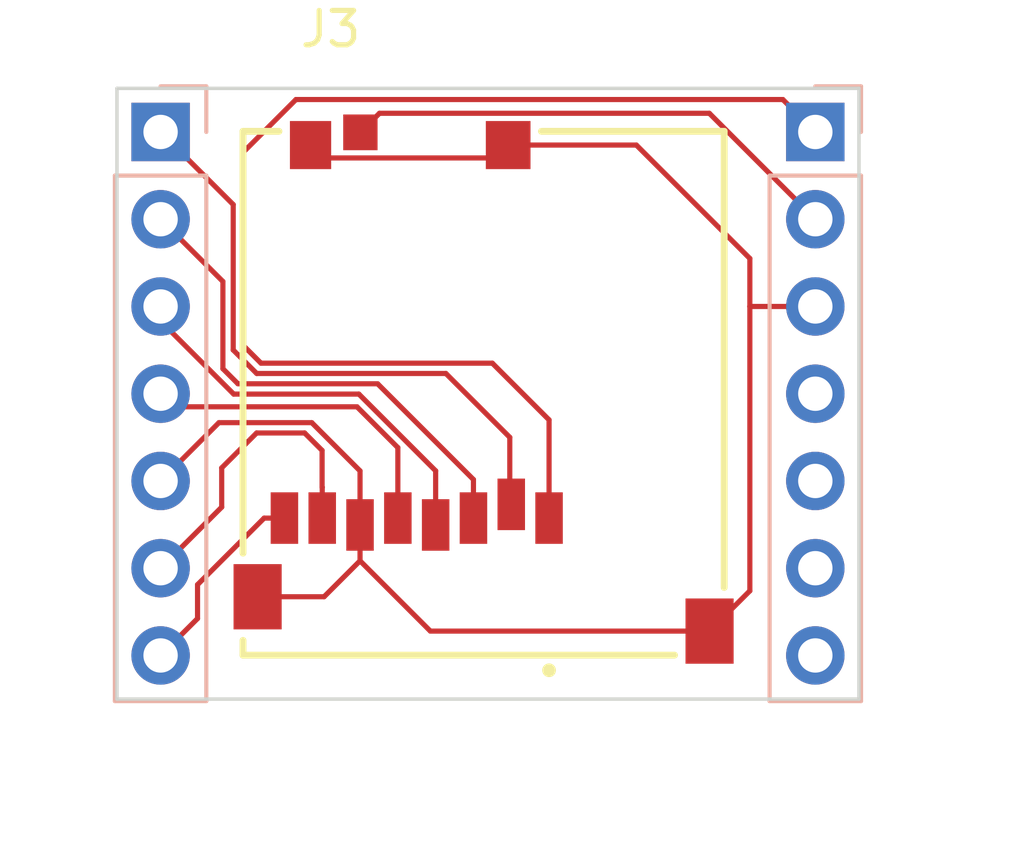
<source format=kicad_pcb>
(kicad_pcb (version 20240108) (generator "pcbnew") (generator_version "8.0")
  (layers (0 "F.Cu" signal) (31 "B.Cu" signal) (34 "B.Paste" user) (35 "F.Paste" user) (36 "B.SilkS" user "B.Silkscreen") (37 "F.SilkS" user "F.Silkscreen") (38 "B.Mask" user) (39 "F.Mask" user) (44 "Edge.Cuts" user))
  (net 0 "")
  (net 1 "/CMD")
  (net 2 "/DAT2")
  (net 3 "/DET")
  (net 4 "/CLK")
  (net 5 "/DAT3{slash}CD")
  (net 6 "/DAT1")
  (net 7 "/DAT0")
  (net 12 "GND")
  (net 13 "/VDD")
  (footprint "anachron:GCT_MEM2052-00-195-00-A_REVA" (layer "F.Cu") (at 128.568 60.676)
    (property "Reference" "J3" (at -4.45 -10.6 0) (layer "F.SilkS"))
    (property "Value" "Micro_SD_Card")
    (fp_line (start -7 -7.625) (end -5.955 -7.625) (stroke (width 0.2)) (layer "F.SilkS"))
    (fp_line (start -7 4.655) (end -7 -7.625) (stroke (width 0.2)) (layer "F.SilkS"))
    (fp_line (start -7 7.625) (end -7 7.195) (stroke (width 0.2)) (layer "F.SilkS"))
    (fp_line (start 1.685 -7.625) (end 7 -7.625) (stroke (width 0.2)) (layer "F.SilkS"))
    (fp_line (start 5.555 7.625) (end -7 7.625) (stroke (width 0.2)) (layer "F.SilkS"))
    (fp_line (start 7 -7.625) (end 7 5.655) (stroke (width 0.2)) (layer "F.SilkS"))
    (fp_circle (center 1.905 8.065) (end 2.005 8.065) (stroke (width 0.2)) (fill none) (layer "F.SilkS"))
    (pad "1" smd rect (at 1.905 3.635) (size 0.8 1.5) (layers "F.Cu" "F.Paste" "F.Mask") (net 2 "/DAT2"))
    (pad "2" smd rect (at 0.805 3.235) (size 0.8 1.5) (layers "F.Cu" "F.Paste" "F.Mask") (net 5 "/DAT3{slash}CD"))
    (pad "3" smd rect (at -0.295 3.635) (size 0.8 1.5) (layers "F.Cu" "F.Paste" "F.Mask") (net 1 "/CMD"))
    (pad "4" smd rect (at -1.395 3.835) (size 0.8 1.5) (layers "F.Cu" "F.Paste" "F.Mask") (net 13 "/VDD"))
    (pad "5" smd rect (at -2.495 3.635) (size 0.8 1.5) (layers "F.Cu" "F.Paste" "F.Mask") (net 4 "/CLK"))
    (pad "6" smd rect (at -3.595 3.835) (size 0.8 1.5) (layers "F.Cu" "F.Paste" "F.Mask") (net 12 "GND"))
    (pad "7" smd rect (at -4.695 3.635) (size 0.8 1.5) (layers "F.Cu" "F.Paste" "F.Mask") (net 7 "/DAT0"))
    (pad "8" smd rect (at -5.795 3.635) (size 0.8 1.5) (layers "F.Cu" "F.Paste" "F.Mask") (net 6 "/DAT1"))
    (pad "9" smd rect (at -3.585 -7.595) (size 1 1.04) (layers "F.Cu" "F.Paste" "F.Mask") (net 3 "/DET"))
    (pad "10" smd rect (at -6.575 5.925) (size 1.4 1.9) (layers "F.Cu" "F.Paste" "F.Mask") (net 12 "GND"))
    (pad "10" smd rect (at -5.035 -7.225) (size 1.2 1.4) (layers "F.Cu" "F.Paste" "F.Mask") (net 12 "GND"))
    (pad "10" smd rect (at 0.715 -7.225) (size 1.3 1.4) (layers "F.Cu" "F.Paste" "F.Mask") (net 12 "GND"))
    (pad "10" smd rect (at 6.575 6.925) (size 1.4 1.9) (layers "F.Cu" "F.Paste" "F.Mask") (net 12 "GND"))
  )
  (footprint "Connector_PinHeader_2.54mm:PinHeader_1x07_P2.54mm_Vertical" (layer "B.Cu") (at 138.22 53.07 180)
    (property "Reference" "J2" (hide yes))
    (property "Value" "Conn_01x05")
    (fp_line (start 1.33 -1.27) (end 1.33 -16.57) (stroke (width 0.12)) (layer "B.SilkS"))
    (fp_line (start -1.33 1.33) (end 0 1.33) (stroke (width 0.12)) (layer "B.SilkS"))
    (fp_line (start -1.33 0) (end -1.33 1.33) (stroke (width 0.12)) (layer "B.SilkS"))
    (fp_line (start -1.33 -1.27) (end 1.33 -1.27) (stroke (width 0.12)) (layer "B.SilkS"))
    (fp_line (start -1.33 -1.27) (end -1.33 -16.57) (stroke (width 0.12)) (layer "B.SilkS"))
    (fp_line (start -1.33 -16.57) (end 1.33 -16.57) (stroke (width 0.12)) (layer "B.SilkS"))
    (pad "1" thru_hole rect (at 0 0 180) (size 1.7 1.7) (drill 1) (layers "*.Cu" "*.Mask") (net 2 "/DAT2"))
    (pad "2" thru_hole oval (at 0 -2.54 180) (size 1.7 1.7) (drill 1) (layers "*.Cu" "*.Mask") (net 3 "/DET"))
    (pad "3" thru_hole oval (at 0 -5.08 180) (size 1.7 1.7) (drill 1) (layers "*.Cu" "*.Mask") (net 12 "GND"))
    (pad "4" thru_hole oval (at 0 -7.62 180) (size 1.7 1.7) (drill 1) (layers "*.Cu" "*.Mask"))
    (pad "5" thru_hole oval (at 0 -10.16 180) (size 1.7 1.7) (drill 1) (layers "*.Cu" "*.Mask"))
    (pad "6" thru_hole oval (at 0 -12.7 180) (size 1.7 1.7) (drill 1) (layers "*.Cu" "*.Mask"))
    (pad "7" thru_hole oval (at 0 -15.24 180) (size 1.7 1.7) (drill 1) (layers "*.Cu" "*.Mask"))
  )
  (footprint "Connector_PinHeader_2.54mm:PinHeader_1x07_P2.54mm_Vertical" (layer "B.Cu") (at 119.17 53.07 180)
    (property "Reference" "J1" (hide yes))
    (property "Value" "Conn_01x05")
    (fp_line (start 1.33 -1.27) (end 1.33 -16.57) (stroke (width 0.12)) (layer "B.SilkS"))
    (fp_line (start -1.33 1.33) (end 0 1.33) (stroke (width 0.12)) (layer "B.SilkS"))
    (fp_line (start -1.33 0) (end -1.33 1.33) (stroke (width 0.12)) (layer "B.SilkS"))
    (fp_line (start -1.33 -1.27) (end 1.33 -1.27) (stroke (width 0.12)) (layer "B.SilkS"))
    (fp_line (start -1.33 -1.27) (end -1.33 -16.57) (stroke (width 0.12)) (layer "B.SilkS"))
    (fp_line (start -1.33 -16.57) (end 1.33 -16.57) (stroke (width 0.12)) (layer "B.SilkS"))
    (pad "1" thru_hole rect (at 0 0 180) (size 1.7 1.7) (drill 1) (layers "*.Cu" "*.Mask") (net 5 "/DAT3{slash}CD"))
    (pad "2" thru_hole oval (at 0 -2.54 180) (size 1.7 1.7) (drill 1) (layers "*.Cu" "*.Mask") (net 1 "/CMD"))
    (pad "3" thru_hole oval (at 0 -5.08 180) (size 1.7 1.7) (drill 1) (layers "*.Cu" "*.Mask") (net 13 "/VDD"))
    (pad "4" thru_hole oval (at 0 -7.62 180) (size 1.7 1.7) (drill 1) (layers "*.Cu" "*.Mask") (net 4 "/CLK"))
    (pad "5" thru_hole oval (at 0 -10.16 180) (size 1.7 1.7) (drill 1) (layers "*.Cu" "*.Mask") (net 12 "GND"))
    (pad "6" thru_hole oval (at 0 -12.7 180) (size 1.7 1.7) (drill 1) (layers "*.Cu" "*.Mask") (net 7 "/DAT0"))
    (pad "7" thru_hole oval (at 0 -15.24 180) (size 1.7 1.7) (drill 1) (layers "*.Cu" "*.Mask") (net 6 "/DAT1"))
  )
  (gr_line (start 139.49 51.8) (end 139.49 69.58) (stroke (width 0.1)) (layer "Edge.Cuts"))
  (gr_line (start 139.49 69.58) (end 117.9 69.58) (stroke (width 0.1)) (layer "Edge.Cuts"))
  (gr_line (start 117.9 51.8) (end 139.49 51.8) (stroke (width 0.1)) (layer "Edge.Cuts"))
  (gr_line (start 117.9 69.58) (end 117.9 51.8) (stroke (width 0.1)) (layer "Edge.Cuts"))
  (segment (start 125.485 60.401) (end 121.421 60.401) (width 0.15) (layer "F.Cu") (net 1))
  (segment (start 128.273 64.311) (end 128.273 63.189) (width 0.15) (layer "F.Cu") (net 1))
  (segment (start 120.983 59.963) (end 120.983 57.423) (width 0.15) (layer "F.Cu") (net 1))
  (segment (start 128.273 63.189) (end 125.485 60.401) (width 0.15) (layer "F.Cu") (net 1))
  (segment (start 121.421 60.401) (end 120.983 59.963) (width 0.15) (layer "F.Cu") (net 1))
  (segment (start 120.983 57.423) (end 119.17 55.61) (width 0.15) (layer "F.Cu") (net 1))
  (segment (start 121.583 59.293) (end 121.583 53.651) (width 0.15) (layer "F.Cu") (net 2))
  (segment (start 128.822 59.801) (end 122.091 59.801) (width 0.15) (layer "F.Cu") (net 2))
  (segment (start 137.275 52.125) (end 138.22 53.07) (width 0.15) (layer "F.Cu") (net 2))
  (segment (start 122.091 59.801) (end 121.583 59.293) (width 0.15) (layer "F.Cu") (net 2))
  (segment (start 121.583 53.651) (end 123.109 52.125) (width 0.15) (layer "F.Cu") (net 2))
  (segment (start 123.109 52.125) (end 137.275 52.125) (width 0.15) (layer "F.Cu") (net 2))
  (segment (start 130.473 64.311) (end 130.473 61.452) (width 0.15) (layer "F.Cu") (net 2))
  (segment (start 130.473 61.452) (end 128.822 59.801) (width 0.15) (layer "F.Cu") (net 2))
  (segment (start 135.136 52.526) (end 138.22 55.61) (width 0.15) (layer "F.Cu") (net 3))
  (segment (start 125.538 52.526) (end 135.136 52.526) (width 0.15) (layer "F.Cu") (net 3))
  (segment (start 124.983 53.081) (end 125.538 52.526) (width 0.15) (layer "F.Cu") (net 3))
  (segment (start 119.551 61.071) (end 119.17 60.69) (width 0.15) (layer "F.Cu") (net 4))
  (segment (start 126.073 62.259) (end 124.885 61.071) (width 0.15) (layer "F.Cu") (net 4))
  (segment (start 124.885 61.071) (end 119.551 61.071) (width 0.15) (layer "F.Cu") (net 4))
  (segment (start 126.073 64.311) (end 126.073 62.259) (width 0.15) (layer "F.Cu") (net 4))
  (segment (start 121.966736 60.101) (end 121.283 59.417264) (width 0.15) (layer "F.Cu") (net 5))
  (segment (start 121.283 59.417264) (end 121.283 55.183) (width 0.15) (layer "F.Cu") (net 5))
  (segment (start 129.373 63.911) (end 129.33 63.868) (width 0.15) (layer "F.Cu") (net 5))
  (segment (start 129.33 63.868) (end 129.33 61.96) (width 0.15) (layer "F.Cu") (net 5))
  (segment (start 129.33 61.96) (end 127.471 60.101) (width 0.15) (layer "F.Cu") (net 5))
  (segment (start 127.471 60.101) (end 121.966736 60.101) (width 0.15) (layer "F.Cu") (net 5))
  (segment (start 121.283 55.183) (end 119.17 53.07) (width 0.15) (layer "F.Cu") (net 5))
  (segment (start 119.17 68.31) (end 120.245 67.235) (width 0.15) (layer "F.Cu") (net 6))
  (segment (start 120.245 66.249) (end 122.183 64.311) (width 0.15) (layer "F.Cu") (net 6))
  (segment (start 120.245 67.235) (end 120.245 66.249) (width 0.15) (layer "F.Cu") (net 6))
  (segment (start 122.183 64.311) (end 122.773 64.311) (width 0.15) (layer "F.Cu") (net 6))
  (segment (start 121.964 61.833) (end 120.948 62.849) (width 0.15) (layer "F.Cu") (net 7))
  (segment (start 120.948 63.992) (end 119.17 65.77) (width 0.15) (layer "F.Cu") (net 7))
  (segment (start 123.873 63.411) (end 123.869 63.407) (width 0.15) (layer "F.Cu") (net 7))
  (segment (start 123.869 63.407) (end 123.869 62.341) (width 0.15) (layer "F.Cu") (net 7))
  (segment (start 123.869 62.341) (end 123.361 61.833) (width 0.15) (layer "F.Cu") (net 7))
  (segment (start 123.873 64.311) (end 123.873 63.411) (width 0.15) (layer "F.Cu") (net 7))
  (segment (start 120.948 62.849) (end 120.948 63.992) (width 0.15) (layer "F.Cu") (net 7))
  (segment (start 123.361 61.833) (end 121.964 61.833) (width 0.15) (layer "F.Cu") (net 7))
  (segment (start 136.315 58.15) (end 136.315 56.753) (width 0.15) (layer "F.Cu") (net 12))
  (segment (start 123.569 61.533) (end 124.973 62.937) (width 0.15) (layer "F.Cu") (net 12))
  (segment (start 121.993 66.601) (end 123.927 66.601) (width 0.15) (layer "F.Cu") (net 12))
  (segment (start 128.908 53.826) (end 129.283 53.451) (width 0.15) (layer "F.Cu") (net 12))
  (segment (start 127.019 67.601) (end 135.143 67.601) (width 0.15) (layer "F.Cu") (net 12))
  (segment (start 129.283 53.451) (end 133.013 53.451) (width 0.15) (layer "F.Cu") (net 12))
  (segment (start 136.315 66.429) (end 136.315 58.15) (width 0.15) (layer "F.Cu") (net 12))
  (segment (start 123.927 66.601) (end 124.973 65.555) (width 0.15) (layer "F.Cu") (net 12))
  (segment (start 119.17 63.23) (end 120.867 61.533) (width 0.15) (layer "F.Cu") (net 12))
  (segment (start 120.867 61.533) (end 123.569 61.533) (width 0.15) (layer "F.Cu") (net 12))
  (segment (start 124.973 65.555) (end 124.973 64.511) (width 0.15) (layer "F.Cu") (net 12))
  (segment (start 133.013 53.451) (end 136.315 56.753) (width 0.15) (layer "F.Cu") (net 12))
  (segment (start 123.533 53.451) (end 123.908 53.826) (width 0.15) (layer "F.Cu") (net 12))
  (segment (start 138.22 58.15) (end 136.315 58.15) (width 0.15) (layer "F.Cu") (net 12))
  (segment (start 124.973 62.937) (end 124.973 64.511) (width 0.15) (layer "F.Cu") (net 12))
  (segment (start 123.908 53.826) (end 128.908 53.826) (width 0.15) (layer "F.Cu") (net 12))
  (segment (start 124.973 65.555) (end 127.019 67.601) (width 0.15) (layer "F.Cu") (net 12))
  (segment (start 135.143 67.601) (end 136.315 66.429) (width 0.15) (layer "F.Cu") (net 12))
  (segment (start 127.173 62.934736) (end 127.173 64.511) (width 0.15) (layer "F.Cu") (net 13))
  (segment (start 119.17 58.574264) (end 119.17 58.15) (width 0.15) (layer "F.Cu") (net 13))
  (segment (start 124.939264 60.701) (end 121.296736 60.701) (width 0.15) (layer "F.Cu") (net 13))
  (segment (start 124.939264 60.701) (end 127.173 62.934736) (width 0.15) (layer "F.Cu") (net 13))
  (segment (start 121.296736 60.701) (end 119.17 58.574264) (width 0.15) (layer "F.Cu") (net 13))
)
</source>
